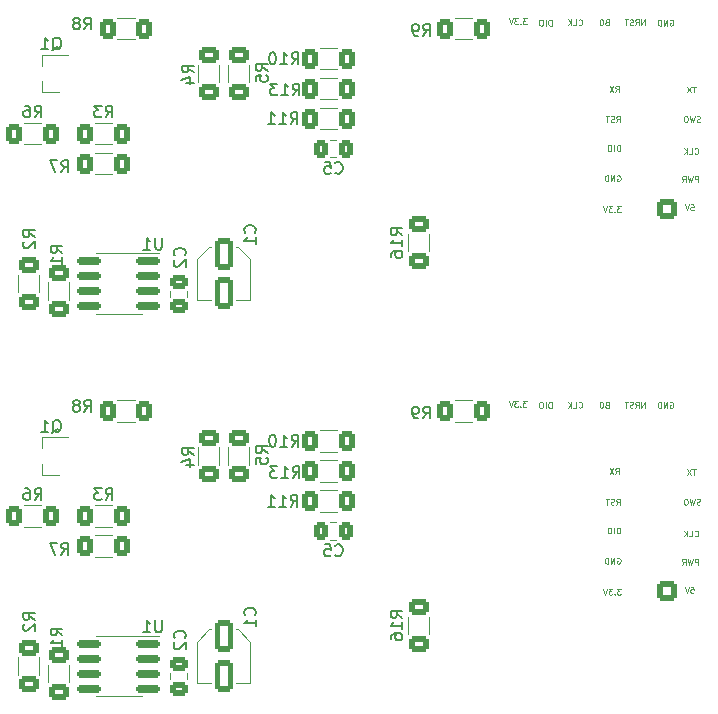
<source format=gbo>
%TF.GenerationSoftware,KiCad,Pcbnew,(6.0.2)*%
%TF.CreationDate,2023-02-28T18:47:33+01:00*%
%TF.ProjectId,st_link_diy_panel,73745f6c-696e-46b5-9f64-69795f70616e,rev?*%
%TF.SameCoordinates,Original*%
%TF.FileFunction,Legend,Bot*%
%TF.FilePolarity,Positive*%
%FSLAX46Y46*%
G04 Gerber Fmt 4.6, Leading zero omitted, Abs format (unit mm)*
G04 Created by KiCad (PCBNEW (6.0.2)) date 2023-02-28 18:47:33*
%MOMM*%
%LPD*%
G01*
G04 APERTURE LIST*
G04 Aperture macros list*
%AMRoundRect*
0 Rectangle with rounded corners*
0 $1 Rounding radius*
0 $2 $3 $4 $5 $6 $7 $8 $9 X,Y pos of 4 corners*
0 Add a 4 corners polygon primitive as box body*
4,1,4,$2,$3,$4,$5,$6,$7,$8,$9,$2,$3,0*
0 Add four circle primitives for the rounded corners*
1,1,$1+$1,$2,$3*
1,1,$1+$1,$4,$5*
1,1,$1+$1,$6,$7*
1,1,$1+$1,$8,$9*
0 Add four rect primitives between the rounded corners*
20,1,$1+$1,$2,$3,$4,$5,0*
20,1,$1+$1,$4,$5,$6,$7,0*
20,1,$1+$1,$6,$7,$8,$9,0*
20,1,$1+$1,$8,$9,$2,$3,0*%
G04 Aperture macros list end*
%ADD10C,0.125000*%
%ADD11C,0.150000*%
%ADD12C,0.120000*%
%ADD13RoundRect,0.250000X0.400000X0.625000X-0.400000X0.625000X-0.400000X-0.625000X0.400000X-0.625000X0*%
%ADD14RoundRect,0.250000X-0.550000X1.075000X-0.550000X-1.075000X0.550000X-1.075000X0.550000X1.075000X0*%
%ADD15RoundRect,0.250000X-0.625000X0.400000X-0.625000X-0.400000X0.625000X-0.400000X0.625000X0.400000X0*%
%ADD16R,0.900000X0.800000*%
%ADD17RoundRect,0.250000X-0.337500X-0.475000X0.337500X-0.475000X0.337500X0.475000X-0.337500X0.475000X0*%
%ADD18RoundRect,0.150000X0.825000X0.150000X-0.825000X0.150000X-0.825000X-0.150000X0.825000X-0.150000X0*%
%ADD19R,2.290000X3.000000*%
%ADD20RoundRect,0.250000X-0.400000X-0.625000X0.400000X-0.625000X0.400000X0.625000X-0.400000X0.625000X0*%
%ADD21RoundRect,0.250000X0.625000X-0.400000X0.625000X0.400000X-0.625000X0.400000X-0.625000X-0.400000X0*%
%ADD22RoundRect,0.250000X0.475000X-0.337500X0.475000X0.337500X-0.475000X0.337500X-0.475000X-0.337500X0*%
%ADD23R,1.700000X1.700000*%
%ADD24O,1.700000X1.700000*%
%ADD25C,1.700000*%
%ADD26C,3.500000*%
%ADD27RoundRect,0.250000X0.600000X0.600000X-0.600000X0.600000X-0.600000X-0.600000X0.600000X-0.600000X0*%
%ADD28C,0.500000*%
G04 APERTURE END LIST*
D10*
X164001438Y-148239990D02*
X164239533Y-148239990D01*
X164263342Y-148478085D01*
X164239533Y-148454276D01*
X164191914Y-148430466D01*
X164072866Y-148430466D01*
X164025247Y-148454276D01*
X164001438Y-148478085D01*
X163977628Y-148525704D01*
X163977628Y-148644752D01*
X164001438Y-148692371D01*
X164025247Y-148716180D01*
X164072866Y-148739990D01*
X164191914Y-148739990D01*
X164239533Y-148716180D01*
X164263342Y-148692371D01*
X163834771Y-148239990D02*
X163668104Y-148739990D01*
X163501438Y-148239990D01*
X158017304Y-143710790D02*
X158017304Y-143210790D01*
X157898257Y-143210790D01*
X157826828Y-143234600D01*
X157779209Y-143282219D01*
X157755400Y-143329838D01*
X157731590Y-143425076D01*
X157731590Y-143496504D01*
X157755400Y-143591742D01*
X157779209Y-143639361D01*
X157826828Y-143686980D01*
X157898257Y-143710790D01*
X158017304Y-143710790D01*
X157517304Y-143710790D02*
X157517304Y-143210790D01*
X157183971Y-143210790D02*
X157088733Y-143210790D01*
X157041114Y-143234600D01*
X156993495Y-143282219D01*
X156969685Y-143377457D01*
X156969685Y-143544123D01*
X156993495Y-143639361D01*
X157041114Y-143686980D01*
X157088733Y-143710790D01*
X157183971Y-143710790D01*
X157231590Y-143686980D01*
X157279209Y-143639361D01*
X157303019Y-143544123D01*
X157303019Y-143377457D01*
X157279209Y-143282219D01*
X157231590Y-143234600D01*
X157183971Y-143210790D01*
X157728409Y-141272390D02*
X157895076Y-141034295D01*
X158014123Y-141272390D02*
X158014123Y-140772390D01*
X157823647Y-140772390D01*
X157776028Y-140796200D01*
X157752219Y-140820009D01*
X157728409Y-140867628D01*
X157728409Y-140939057D01*
X157752219Y-140986676D01*
X157776028Y-141010485D01*
X157823647Y-141034295D01*
X158014123Y-141034295D01*
X157537933Y-141248580D02*
X157466504Y-141272390D01*
X157347457Y-141272390D01*
X157299838Y-141248580D01*
X157276028Y-141224771D01*
X157252219Y-141177152D01*
X157252219Y-141129533D01*
X157276028Y-141081914D01*
X157299838Y-141058104D01*
X157347457Y-141034295D01*
X157442695Y-141010485D01*
X157490314Y-140986676D01*
X157514123Y-140962866D01*
X157537933Y-140915247D01*
X157537933Y-140867628D01*
X157514123Y-140820009D01*
X157490314Y-140796200D01*
X157442695Y-140772390D01*
X157323647Y-140772390D01*
X157252219Y-140796200D01*
X157109361Y-140772390D02*
X156823647Y-140772390D01*
X156966504Y-141272390D02*
X156966504Y-140772390D01*
X157639533Y-138681590D02*
X157806200Y-138443495D01*
X157925247Y-138681590D02*
X157925247Y-138181590D01*
X157734771Y-138181590D01*
X157687152Y-138205400D01*
X157663342Y-138229209D01*
X157639533Y-138276828D01*
X157639533Y-138348257D01*
X157663342Y-138395876D01*
X157687152Y-138419685D01*
X157734771Y-138443495D01*
X157925247Y-138443495D01*
X157472866Y-138181590D02*
X157139533Y-138681590D01*
X157139533Y-138181590D02*
X157472866Y-138681590D01*
X164649066Y-146352390D02*
X164649066Y-145852390D01*
X164458590Y-145852390D01*
X164410971Y-145876200D01*
X164387161Y-145900009D01*
X164363352Y-145947628D01*
X164363352Y-146019057D01*
X164387161Y-146066676D01*
X164410971Y-146090485D01*
X164458590Y-146114295D01*
X164649066Y-146114295D01*
X164196685Y-145852390D02*
X164077638Y-146352390D01*
X163982400Y-145995247D01*
X163887161Y-146352390D01*
X163768114Y-145852390D01*
X163291923Y-146352390D02*
X163458590Y-146114295D01*
X163577638Y-146352390D02*
X163577638Y-145852390D01*
X163387161Y-145852390D01*
X163339542Y-145876200D01*
X163315733Y-145900009D01*
X163291923Y-145947628D01*
X163291923Y-146019057D01*
X163315733Y-146066676D01*
X163339542Y-146090485D01*
X163387161Y-146114295D01*
X163577638Y-146114295D01*
X150115495Y-132491990D02*
X149805971Y-132491990D01*
X149972638Y-132682466D01*
X149901209Y-132682466D01*
X149853590Y-132706276D01*
X149829780Y-132730085D01*
X149805971Y-132777704D01*
X149805971Y-132896752D01*
X149829780Y-132944371D01*
X149853590Y-132968180D01*
X149901209Y-132991990D01*
X150044066Y-132991990D01*
X150091685Y-132968180D01*
X150115495Y-132944371D01*
X149591685Y-132944371D02*
X149567876Y-132968180D01*
X149591685Y-132991990D01*
X149615495Y-132968180D01*
X149591685Y-132944371D01*
X149591685Y-132991990D01*
X149401209Y-132491990D02*
X149091685Y-132491990D01*
X149258352Y-132682466D01*
X149186923Y-132682466D01*
X149139304Y-132706276D01*
X149115495Y-132730085D01*
X149091685Y-132777704D01*
X149091685Y-132896752D01*
X149115495Y-132944371D01*
X149139304Y-132968180D01*
X149186923Y-132991990D01*
X149329780Y-132991990D01*
X149377400Y-132968180D01*
X149401209Y-132944371D01*
X148948828Y-132491990D02*
X148782161Y-132991990D01*
X148615495Y-132491990D01*
X164799876Y-141248580D02*
X164728447Y-141272390D01*
X164609400Y-141272390D01*
X164561780Y-141248580D01*
X164537971Y-141224771D01*
X164514161Y-141177152D01*
X164514161Y-141129533D01*
X164537971Y-141081914D01*
X164561780Y-141058104D01*
X164609400Y-141034295D01*
X164704638Y-141010485D01*
X164752257Y-140986676D01*
X164776066Y-140962866D01*
X164799876Y-140915247D01*
X164799876Y-140867628D01*
X164776066Y-140820009D01*
X164752257Y-140796200D01*
X164704638Y-140772390D01*
X164585590Y-140772390D01*
X164514161Y-140796200D01*
X164347495Y-140772390D02*
X164228447Y-141272390D01*
X164133209Y-140915247D01*
X164037971Y-141272390D01*
X163918923Y-140772390D01*
X163633209Y-140772390D02*
X163537971Y-140772390D01*
X163490352Y-140796200D01*
X163442733Y-140843819D01*
X163418923Y-140939057D01*
X163418923Y-141105723D01*
X163442733Y-141200961D01*
X163490352Y-141248580D01*
X163537971Y-141272390D01*
X163633209Y-141272390D01*
X163680828Y-141248580D01*
X163728447Y-141200961D01*
X163752257Y-141105723D01*
X163752257Y-140939057D01*
X163728447Y-140843819D01*
X163680828Y-140796200D01*
X163633209Y-140772390D01*
X157784752Y-145800000D02*
X157832371Y-145776190D01*
X157903800Y-145776190D01*
X157975228Y-145800000D01*
X158022847Y-145847619D01*
X158046657Y-145895238D01*
X158070466Y-145990476D01*
X158070466Y-146061904D01*
X158046657Y-146157142D01*
X158022847Y-146204761D01*
X157975228Y-146252380D01*
X157903800Y-146276190D01*
X157856180Y-146276190D01*
X157784752Y-146252380D01*
X157760942Y-146228571D01*
X157760942Y-146061904D01*
X157856180Y-146061904D01*
X157546657Y-146276190D02*
X157546657Y-145776190D01*
X157260942Y-146276190D01*
X157260942Y-145776190D01*
X157022847Y-146276190D02*
X157022847Y-145776190D01*
X156903800Y-145776190D01*
X156832371Y-145800000D01*
X156784752Y-145847619D01*
X156760942Y-145895238D01*
X156737133Y-145990476D01*
X156737133Y-146061904D01*
X156760942Y-146157142D01*
X156784752Y-146204761D01*
X156832371Y-146252380D01*
X156903800Y-146276190D01*
X157022847Y-146276190D01*
X164356219Y-143917171D02*
X164380028Y-143940980D01*
X164451457Y-143964790D01*
X164499076Y-143964790D01*
X164570504Y-143940980D01*
X164618123Y-143893361D01*
X164641933Y-143845742D01*
X164665742Y-143750504D01*
X164665742Y-143679076D01*
X164641933Y-143583838D01*
X164618123Y-143536219D01*
X164570504Y-143488600D01*
X164499076Y-143464790D01*
X164451457Y-143464790D01*
X164380028Y-143488600D01*
X164356219Y-143512409D01*
X163903838Y-143964790D02*
X164141933Y-143964790D01*
X164141933Y-143464790D01*
X163737171Y-143964790D02*
X163737171Y-143464790D01*
X163451457Y-143964790D02*
X163665742Y-143679076D01*
X163451457Y-143464790D02*
X163737171Y-143750504D01*
X162255152Y-132617400D02*
X162302771Y-132593590D01*
X162374200Y-132593590D01*
X162445628Y-132617400D01*
X162493247Y-132665019D01*
X162517057Y-132712638D01*
X162540866Y-132807876D01*
X162540866Y-132879304D01*
X162517057Y-132974542D01*
X162493247Y-133022161D01*
X162445628Y-133069780D01*
X162374200Y-133093590D01*
X162326580Y-133093590D01*
X162255152Y-133069780D01*
X162231342Y-133045971D01*
X162231342Y-132879304D01*
X162326580Y-132879304D01*
X162017057Y-133093590D02*
X162017057Y-132593590D01*
X161731342Y-133093590D01*
X161731342Y-132593590D01*
X161493247Y-133093590D02*
X161493247Y-132593590D01*
X161374200Y-132593590D01*
X161302771Y-132617400D01*
X161255152Y-132665019D01*
X161231342Y-132712638D01*
X161207533Y-132807876D01*
X161207533Y-132879304D01*
X161231342Y-132974542D01*
X161255152Y-133022161D01*
X161302771Y-133069780D01*
X161374200Y-133093590D01*
X161493247Y-133093590D01*
X160130228Y-133068190D02*
X160130228Y-132568190D01*
X159844514Y-133068190D01*
X159844514Y-132568190D01*
X159320704Y-133068190D02*
X159487371Y-132830095D01*
X159606419Y-133068190D02*
X159606419Y-132568190D01*
X159415942Y-132568190D01*
X159368323Y-132592000D01*
X159344514Y-132615809D01*
X159320704Y-132663428D01*
X159320704Y-132734857D01*
X159344514Y-132782476D01*
X159368323Y-132806285D01*
X159415942Y-132830095D01*
X159606419Y-132830095D01*
X159130228Y-133044380D02*
X159058800Y-133068190D01*
X158939752Y-133068190D01*
X158892133Y-133044380D01*
X158868323Y-133020571D01*
X158844514Y-132972952D01*
X158844514Y-132925333D01*
X158868323Y-132877714D01*
X158892133Y-132853904D01*
X158939752Y-132830095D01*
X159034990Y-132806285D01*
X159082609Y-132782476D01*
X159106419Y-132758666D01*
X159130228Y-132711047D01*
X159130228Y-132663428D01*
X159106419Y-132615809D01*
X159082609Y-132592000D01*
X159034990Y-132568190D01*
X158915942Y-132568190D01*
X158844514Y-132592000D01*
X158701657Y-132568190D02*
X158415942Y-132568190D01*
X158558800Y-133068190D02*
X158558800Y-132568190D01*
X152226104Y-133093590D02*
X152226104Y-132593590D01*
X152107057Y-132593590D01*
X152035628Y-132617400D01*
X151988009Y-132665019D01*
X151964200Y-132712638D01*
X151940390Y-132807876D01*
X151940390Y-132879304D01*
X151964200Y-132974542D01*
X151988009Y-133022161D01*
X152035628Y-133069780D01*
X152107057Y-133093590D01*
X152226104Y-133093590D01*
X151726104Y-133093590D02*
X151726104Y-132593590D01*
X151392771Y-132593590D02*
X151297533Y-132593590D01*
X151249914Y-132617400D01*
X151202295Y-132665019D01*
X151178485Y-132760257D01*
X151178485Y-132926923D01*
X151202295Y-133022161D01*
X151249914Y-133069780D01*
X151297533Y-133093590D01*
X151392771Y-133093590D01*
X151440390Y-133069780D01*
X151488009Y-133022161D01*
X151511819Y-132926923D01*
X151511819Y-132760257D01*
X151488009Y-132665019D01*
X151440390Y-132617400D01*
X151392771Y-132593590D01*
X154526419Y-133020571D02*
X154550228Y-133044380D01*
X154621657Y-133068190D01*
X154669276Y-133068190D01*
X154740704Y-133044380D01*
X154788323Y-132996761D01*
X154812133Y-132949142D01*
X154835942Y-132853904D01*
X154835942Y-132782476D01*
X154812133Y-132687238D01*
X154788323Y-132639619D01*
X154740704Y-132592000D01*
X154669276Y-132568190D01*
X154621657Y-132568190D01*
X154550228Y-132592000D01*
X154526419Y-132615809D01*
X154074038Y-133068190D02*
X154312133Y-133068190D01*
X154312133Y-132568190D01*
X153907371Y-133068190D02*
X153907371Y-132568190D01*
X153621657Y-133068190D02*
X153835942Y-132782476D01*
X153621657Y-132568190D02*
X153907371Y-132853904D01*
X156894980Y-132806285D02*
X156823552Y-132830095D01*
X156799742Y-132853904D01*
X156775933Y-132901523D01*
X156775933Y-132972952D01*
X156799742Y-133020571D01*
X156823552Y-133044380D01*
X156871171Y-133068190D01*
X157061647Y-133068190D01*
X157061647Y-132568190D01*
X156894980Y-132568190D01*
X156847361Y-132592000D01*
X156823552Y-132615809D01*
X156799742Y-132663428D01*
X156799742Y-132711047D01*
X156823552Y-132758666D01*
X156847361Y-132782476D01*
X156894980Y-132806285D01*
X157061647Y-132806285D01*
X156466409Y-132568190D02*
X156418790Y-132568190D01*
X156371171Y-132592000D01*
X156347361Y-132615809D01*
X156323552Y-132663428D01*
X156299742Y-132758666D01*
X156299742Y-132877714D01*
X156323552Y-132972952D01*
X156347361Y-133020571D01*
X156371171Y-133044380D01*
X156418790Y-133068190D01*
X156466409Y-133068190D01*
X156514028Y-133044380D01*
X156537838Y-133020571D01*
X156561647Y-132972952D01*
X156585457Y-132877714D01*
X156585457Y-132758666D01*
X156561647Y-132663428D01*
X156537838Y-132615809D01*
X156514028Y-132592000D01*
X156466409Y-132568190D01*
X164439552Y-138257790D02*
X164153838Y-138257790D01*
X164296695Y-138757790D02*
X164296695Y-138257790D01*
X164034790Y-138257790D02*
X163701457Y-138757790D01*
X163701457Y-138257790D02*
X164034790Y-138757790D01*
X158091095Y-148392390D02*
X157781571Y-148392390D01*
X157948238Y-148582866D01*
X157876809Y-148582866D01*
X157829190Y-148606676D01*
X157805380Y-148630485D01*
X157781571Y-148678104D01*
X157781571Y-148797152D01*
X157805380Y-148844771D01*
X157829190Y-148868580D01*
X157876809Y-148892390D01*
X158019666Y-148892390D01*
X158067285Y-148868580D01*
X158091095Y-148844771D01*
X157567285Y-148844771D02*
X157543476Y-148868580D01*
X157567285Y-148892390D01*
X157591095Y-148868580D01*
X157567285Y-148844771D01*
X157567285Y-148892390D01*
X157376809Y-148392390D02*
X157067285Y-148392390D01*
X157233952Y-148582866D01*
X157162523Y-148582866D01*
X157114904Y-148606676D01*
X157091095Y-148630485D01*
X157067285Y-148678104D01*
X157067285Y-148797152D01*
X157091095Y-148844771D01*
X157114904Y-148868580D01*
X157162523Y-148892390D01*
X157305380Y-148892390D01*
X157353000Y-148868580D01*
X157376809Y-148844771D01*
X156924428Y-148392390D02*
X156757761Y-148892390D01*
X156591095Y-148392390D01*
X158017304Y-111325790D02*
X158017304Y-110825790D01*
X157898257Y-110825790D01*
X157826828Y-110849600D01*
X157779209Y-110897219D01*
X157755400Y-110944838D01*
X157731590Y-111040076D01*
X157731590Y-111111504D01*
X157755400Y-111206742D01*
X157779209Y-111254361D01*
X157826828Y-111301980D01*
X157898257Y-111325790D01*
X158017304Y-111325790D01*
X157517304Y-111325790D02*
X157517304Y-110825790D01*
X157183971Y-110825790D02*
X157088733Y-110825790D01*
X157041114Y-110849600D01*
X156993495Y-110897219D01*
X156969685Y-110992457D01*
X156969685Y-111159123D01*
X156993495Y-111254361D01*
X157041114Y-111301980D01*
X157088733Y-111325790D01*
X157183971Y-111325790D01*
X157231590Y-111301980D01*
X157279209Y-111254361D01*
X157303019Y-111159123D01*
X157303019Y-110992457D01*
X157279209Y-110897219D01*
X157231590Y-110849600D01*
X157183971Y-110825790D01*
X164649066Y-113967390D02*
X164649066Y-113467390D01*
X164458590Y-113467390D01*
X164410971Y-113491200D01*
X164387161Y-113515009D01*
X164363352Y-113562628D01*
X164363352Y-113634057D01*
X164387161Y-113681676D01*
X164410971Y-113705485D01*
X164458590Y-113729295D01*
X164649066Y-113729295D01*
X164196685Y-113467390D02*
X164077638Y-113967390D01*
X163982400Y-113610247D01*
X163887161Y-113967390D01*
X163768114Y-113467390D01*
X163291923Y-113967390D02*
X163458590Y-113729295D01*
X163577638Y-113967390D02*
X163577638Y-113467390D01*
X163387161Y-113467390D01*
X163339542Y-113491200D01*
X163315733Y-113515009D01*
X163291923Y-113562628D01*
X163291923Y-113634057D01*
X163315733Y-113681676D01*
X163339542Y-113705485D01*
X163387161Y-113729295D01*
X163577638Y-113729295D01*
X150115495Y-100106990D02*
X149805971Y-100106990D01*
X149972638Y-100297466D01*
X149901209Y-100297466D01*
X149853590Y-100321276D01*
X149829780Y-100345085D01*
X149805971Y-100392704D01*
X149805971Y-100511752D01*
X149829780Y-100559371D01*
X149853590Y-100583180D01*
X149901209Y-100606990D01*
X150044066Y-100606990D01*
X150091685Y-100583180D01*
X150115495Y-100559371D01*
X149591685Y-100559371D02*
X149567876Y-100583180D01*
X149591685Y-100606990D01*
X149615495Y-100583180D01*
X149591685Y-100559371D01*
X149591685Y-100606990D01*
X149401209Y-100106990D02*
X149091685Y-100106990D01*
X149258352Y-100297466D01*
X149186923Y-100297466D01*
X149139304Y-100321276D01*
X149115495Y-100345085D01*
X149091685Y-100392704D01*
X149091685Y-100511752D01*
X149115495Y-100559371D01*
X149139304Y-100583180D01*
X149186923Y-100606990D01*
X149329780Y-100606990D01*
X149377400Y-100583180D01*
X149401209Y-100559371D01*
X148948828Y-100106990D02*
X148782161Y-100606990D01*
X148615495Y-100106990D01*
X157639533Y-106296590D02*
X157806200Y-106058495D01*
X157925247Y-106296590D02*
X157925247Y-105796590D01*
X157734771Y-105796590D01*
X157687152Y-105820400D01*
X157663342Y-105844209D01*
X157639533Y-105891828D01*
X157639533Y-105963257D01*
X157663342Y-106010876D01*
X157687152Y-106034685D01*
X157734771Y-106058495D01*
X157925247Y-106058495D01*
X157472866Y-105796590D02*
X157139533Y-106296590D01*
X157139533Y-105796590D02*
X157472866Y-106296590D01*
X164001438Y-115854990D02*
X164239533Y-115854990D01*
X164263342Y-116093085D01*
X164239533Y-116069276D01*
X164191914Y-116045466D01*
X164072866Y-116045466D01*
X164025247Y-116069276D01*
X164001438Y-116093085D01*
X163977628Y-116140704D01*
X163977628Y-116259752D01*
X164001438Y-116307371D01*
X164025247Y-116331180D01*
X164072866Y-116354990D01*
X164191914Y-116354990D01*
X164239533Y-116331180D01*
X164263342Y-116307371D01*
X163834771Y-115854990D02*
X163668104Y-116354990D01*
X163501438Y-115854990D01*
X157728409Y-108887390D02*
X157895076Y-108649295D01*
X158014123Y-108887390D02*
X158014123Y-108387390D01*
X157823647Y-108387390D01*
X157776028Y-108411200D01*
X157752219Y-108435009D01*
X157728409Y-108482628D01*
X157728409Y-108554057D01*
X157752219Y-108601676D01*
X157776028Y-108625485D01*
X157823647Y-108649295D01*
X158014123Y-108649295D01*
X157537933Y-108863580D02*
X157466504Y-108887390D01*
X157347457Y-108887390D01*
X157299838Y-108863580D01*
X157276028Y-108839771D01*
X157252219Y-108792152D01*
X157252219Y-108744533D01*
X157276028Y-108696914D01*
X157299838Y-108673104D01*
X157347457Y-108649295D01*
X157442695Y-108625485D01*
X157490314Y-108601676D01*
X157514123Y-108577866D01*
X157537933Y-108530247D01*
X157537933Y-108482628D01*
X157514123Y-108435009D01*
X157490314Y-108411200D01*
X157442695Y-108387390D01*
X157323647Y-108387390D01*
X157252219Y-108411200D01*
X157109361Y-108387390D02*
X156823647Y-108387390D01*
X156966504Y-108887390D02*
X156966504Y-108387390D01*
X164799876Y-108863580D02*
X164728447Y-108887390D01*
X164609400Y-108887390D01*
X164561780Y-108863580D01*
X164537971Y-108839771D01*
X164514161Y-108792152D01*
X164514161Y-108744533D01*
X164537971Y-108696914D01*
X164561780Y-108673104D01*
X164609400Y-108649295D01*
X164704638Y-108625485D01*
X164752257Y-108601676D01*
X164776066Y-108577866D01*
X164799876Y-108530247D01*
X164799876Y-108482628D01*
X164776066Y-108435009D01*
X164752257Y-108411200D01*
X164704638Y-108387390D01*
X164585590Y-108387390D01*
X164514161Y-108411200D01*
X164347495Y-108387390D02*
X164228447Y-108887390D01*
X164133209Y-108530247D01*
X164037971Y-108887390D01*
X163918923Y-108387390D01*
X163633209Y-108387390D02*
X163537971Y-108387390D01*
X163490352Y-108411200D01*
X163442733Y-108458819D01*
X163418923Y-108554057D01*
X163418923Y-108720723D01*
X163442733Y-108815961D01*
X163490352Y-108863580D01*
X163537971Y-108887390D01*
X163633209Y-108887390D01*
X163680828Y-108863580D01*
X163728447Y-108815961D01*
X163752257Y-108720723D01*
X163752257Y-108554057D01*
X163728447Y-108458819D01*
X163680828Y-108411200D01*
X163633209Y-108387390D01*
X160130228Y-100683190D02*
X160130228Y-100183190D01*
X159844514Y-100683190D01*
X159844514Y-100183190D01*
X159320704Y-100683190D02*
X159487371Y-100445095D01*
X159606419Y-100683190D02*
X159606419Y-100183190D01*
X159415942Y-100183190D01*
X159368323Y-100207000D01*
X159344514Y-100230809D01*
X159320704Y-100278428D01*
X159320704Y-100349857D01*
X159344514Y-100397476D01*
X159368323Y-100421285D01*
X159415942Y-100445095D01*
X159606419Y-100445095D01*
X159130228Y-100659380D02*
X159058800Y-100683190D01*
X158939752Y-100683190D01*
X158892133Y-100659380D01*
X158868323Y-100635571D01*
X158844514Y-100587952D01*
X158844514Y-100540333D01*
X158868323Y-100492714D01*
X158892133Y-100468904D01*
X158939752Y-100445095D01*
X159034990Y-100421285D01*
X159082609Y-100397476D01*
X159106419Y-100373666D01*
X159130228Y-100326047D01*
X159130228Y-100278428D01*
X159106419Y-100230809D01*
X159082609Y-100207000D01*
X159034990Y-100183190D01*
X158915942Y-100183190D01*
X158844514Y-100207000D01*
X158701657Y-100183190D02*
X158415942Y-100183190D01*
X158558800Y-100683190D02*
X158558800Y-100183190D01*
X154526419Y-100635571D02*
X154550228Y-100659380D01*
X154621657Y-100683190D01*
X154669276Y-100683190D01*
X154740704Y-100659380D01*
X154788323Y-100611761D01*
X154812133Y-100564142D01*
X154835942Y-100468904D01*
X154835942Y-100397476D01*
X154812133Y-100302238D01*
X154788323Y-100254619D01*
X154740704Y-100207000D01*
X154669276Y-100183190D01*
X154621657Y-100183190D01*
X154550228Y-100207000D01*
X154526419Y-100230809D01*
X154074038Y-100683190D02*
X154312133Y-100683190D01*
X154312133Y-100183190D01*
X153907371Y-100683190D02*
X153907371Y-100183190D01*
X153621657Y-100683190D02*
X153835942Y-100397476D01*
X153621657Y-100183190D02*
X153907371Y-100468904D01*
X158091095Y-116007390D02*
X157781571Y-116007390D01*
X157948238Y-116197866D01*
X157876809Y-116197866D01*
X157829190Y-116221676D01*
X157805380Y-116245485D01*
X157781571Y-116293104D01*
X157781571Y-116412152D01*
X157805380Y-116459771D01*
X157829190Y-116483580D01*
X157876809Y-116507390D01*
X158019666Y-116507390D01*
X158067285Y-116483580D01*
X158091095Y-116459771D01*
X157567285Y-116459771D02*
X157543476Y-116483580D01*
X157567285Y-116507390D01*
X157591095Y-116483580D01*
X157567285Y-116459771D01*
X157567285Y-116507390D01*
X157376809Y-116007390D02*
X157067285Y-116007390D01*
X157233952Y-116197866D01*
X157162523Y-116197866D01*
X157114904Y-116221676D01*
X157091095Y-116245485D01*
X157067285Y-116293104D01*
X157067285Y-116412152D01*
X157091095Y-116459771D01*
X157114904Y-116483580D01*
X157162523Y-116507390D01*
X157305380Y-116507390D01*
X157353000Y-116483580D01*
X157376809Y-116459771D01*
X156924428Y-116007390D02*
X156757761Y-116507390D01*
X156591095Y-116007390D01*
X162255152Y-100232400D02*
X162302771Y-100208590D01*
X162374200Y-100208590D01*
X162445628Y-100232400D01*
X162493247Y-100280019D01*
X162517057Y-100327638D01*
X162540866Y-100422876D01*
X162540866Y-100494304D01*
X162517057Y-100589542D01*
X162493247Y-100637161D01*
X162445628Y-100684780D01*
X162374200Y-100708590D01*
X162326580Y-100708590D01*
X162255152Y-100684780D01*
X162231342Y-100660971D01*
X162231342Y-100494304D01*
X162326580Y-100494304D01*
X162017057Y-100708590D02*
X162017057Y-100208590D01*
X161731342Y-100708590D01*
X161731342Y-100208590D01*
X161493247Y-100708590D02*
X161493247Y-100208590D01*
X161374200Y-100208590D01*
X161302771Y-100232400D01*
X161255152Y-100280019D01*
X161231342Y-100327638D01*
X161207533Y-100422876D01*
X161207533Y-100494304D01*
X161231342Y-100589542D01*
X161255152Y-100637161D01*
X161302771Y-100684780D01*
X161374200Y-100708590D01*
X161493247Y-100708590D01*
X164439552Y-105872790D02*
X164153838Y-105872790D01*
X164296695Y-106372790D02*
X164296695Y-105872790D01*
X164034790Y-105872790D02*
X163701457Y-106372790D01*
X163701457Y-105872790D02*
X164034790Y-106372790D01*
X156894980Y-100421285D02*
X156823552Y-100445095D01*
X156799742Y-100468904D01*
X156775933Y-100516523D01*
X156775933Y-100587952D01*
X156799742Y-100635571D01*
X156823552Y-100659380D01*
X156871171Y-100683190D01*
X157061647Y-100683190D01*
X157061647Y-100183190D01*
X156894980Y-100183190D01*
X156847361Y-100207000D01*
X156823552Y-100230809D01*
X156799742Y-100278428D01*
X156799742Y-100326047D01*
X156823552Y-100373666D01*
X156847361Y-100397476D01*
X156894980Y-100421285D01*
X157061647Y-100421285D01*
X156466409Y-100183190D02*
X156418790Y-100183190D01*
X156371171Y-100207000D01*
X156347361Y-100230809D01*
X156323552Y-100278428D01*
X156299742Y-100373666D01*
X156299742Y-100492714D01*
X156323552Y-100587952D01*
X156347361Y-100635571D01*
X156371171Y-100659380D01*
X156418790Y-100683190D01*
X156466409Y-100683190D01*
X156514028Y-100659380D01*
X156537838Y-100635571D01*
X156561647Y-100587952D01*
X156585457Y-100492714D01*
X156585457Y-100373666D01*
X156561647Y-100278428D01*
X156537838Y-100230809D01*
X156514028Y-100207000D01*
X156466409Y-100183190D01*
X164356219Y-111532171D02*
X164380028Y-111555980D01*
X164451457Y-111579790D01*
X164499076Y-111579790D01*
X164570504Y-111555980D01*
X164618123Y-111508361D01*
X164641933Y-111460742D01*
X164665742Y-111365504D01*
X164665742Y-111294076D01*
X164641933Y-111198838D01*
X164618123Y-111151219D01*
X164570504Y-111103600D01*
X164499076Y-111079790D01*
X164451457Y-111079790D01*
X164380028Y-111103600D01*
X164356219Y-111127409D01*
X163903838Y-111579790D02*
X164141933Y-111579790D01*
X164141933Y-111079790D01*
X163737171Y-111579790D02*
X163737171Y-111079790D01*
X163451457Y-111579790D02*
X163665742Y-111294076D01*
X163451457Y-111079790D02*
X163737171Y-111365504D01*
X152226104Y-100708590D02*
X152226104Y-100208590D01*
X152107057Y-100208590D01*
X152035628Y-100232400D01*
X151988009Y-100280019D01*
X151964200Y-100327638D01*
X151940390Y-100422876D01*
X151940390Y-100494304D01*
X151964200Y-100589542D01*
X151988009Y-100637161D01*
X152035628Y-100684780D01*
X152107057Y-100708590D01*
X152226104Y-100708590D01*
X151726104Y-100708590D02*
X151726104Y-100208590D01*
X151392771Y-100208590D02*
X151297533Y-100208590D01*
X151249914Y-100232400D01*
X151202295Y-100280019D01*
X151178485Y-100375257D01*
X151178485Y-100541923D01*
X151202295Y-100637161D01*
X151249914Y-100684780D01*
X151297533Y-100708590D01*
X151392771Y-100708590D01*
X151440390Y-100684780D01*
X151488009Y-100637161D01*
X151511819Y-100541923D01*
X151511819Y-100375257D01*
X151488009Y-100280019D01*
X151440390Y-100232400D01*
X151392771Y-100208590D01*
X157784752Y-113415000D02*
X157832371Y-113391190D01*
X157903800Y-113391190D01*
X157975228Y-113415000D01*
X158022847Y-113462619D01*
X158046657Y-113510238D01*
X158070466Y-113605476D01*
X158070466Y-113676904D01*
X158046657Y-113772142D01*
X158022847Y-113819761D01*
X157975228Y-113867380D01*
X157903800Y-113891190D01*
X157856180Y-113891190D01*
X157784752Y-113867380D01*
X157760942Y-113843571D01*
X157760942Y-113676904D01*
X157856180Y-113676904D01*
X157546657Y-113891190D02*
X157546657Y-113391190D01*
X157260942Y-113891190D01*
X157260942Y-113391190D01*
X157022847Y-113891190D02*
X157022847Y-113391190D01*
X156903800Y-113391190D01*
X156832371Y-113415000D01*
X156784752Y-113462619D01*
X156760942Y-113510238D01*
X156737133Y-113605476D01*
X156737133Y-113676904D01*
X156760942Y-113772142D01*
X156784752Y-113819761D01*
X156832371Y-113867380D01*
X156903800Y-113891190D01*
X157022847Y-113891190D01*
D11*
%TO.C,R7*%
X110732866Y-145511780D02*
X111066200Y-145035590D01*
X111304295Y-145511780D02*
X111304295Y-144511780D01*
X110923342Y-144511780D01*
X110828104Y-144559400D01*
X110780485Y-144607019D01*
X110732866Y-144702257D01*
X110732866Y-144845114D01*
X110780485Y-144940352D01*
X110828104Y-144987971D01*
X110923342Y-145035590D01*
X111304295Y-145035590D01*
X110399533Y-144511780D02*
X109732866Y-144511780D01*
X110161438Y-145511780D01*
%TO.C,R13*%
X130309857Y-139009380D02*
X130643190Y-138533190D01*
X130881285Y-139009380D02*
X130881285Y-138009380D01*
X130500333Y-138009380D01*
X130405095Y-138057000D01*
X130357476Y-138104619D01*
X130309857Y-138199857D01*
X130309857Y-138342714D01*
X130357476Y-138437952D01*
X130405095Y-138485571D01*
X130500333Y-138533190D01*
X130881285Y-138533190D01*
X129357476Y-139009380D02*
X129928904Y-139009380D01*
X129643190Y-139009380D02*
X129643190Y-138009380D01*
X129738428Y-138152238D01*
X129833666Y-138247476D01*
X129928904Y-138295095D01*
X129024142Y-138009380D02*
X128405095Y-138009380D01*
X128738428Y-138390333D01*
X128595571Y-138390333D01*
X128500333Y-138437952D01*
X128452714Y-138485571D01*
X128405095Y-138580809D01*
X128405095Y-138818904D01*
X128452714Y-138914142D01*
X128500333Y-138961761D01*
X128595571Y-139009380D01*
X128881285Y-139009380D01*
X128976523Y-138961761D01*
X129024142Y-138914142D01*
%TO.C,C2*%
X121159542Y-152563533D02*
X121207161Y-152515914D01*
X121254780Y-152373057D01*
X121254780Y-152277819D01*
X121207161Y-152134961D01*
X121111923Y-152039723D01*
X121016685Y-151992104D01*
X120826209Y-151944485D01*
X120683352Y-151944485D01*
X120492876Y-151992104D01*
X120397638Y-152039723D01*
X120302400Y-152134961D01*
X120254780Y-152277819D01*
X120254780Y-152373057D01*
X120302400Y-152515914D01*
X120350019Y-152563533D01*
X120350019Y-152944485D02*
X120302400Y-152992104D01*
X120254780Y-153087342D01*
X120254780Y-153325438D01*
X120302400Y-153420676D01*
X120350019Y-153468295D01*
X120445257Y-153515914D01*
X120540495Y-153515914D01*
X120683352Y-153468295D01*
X121254780Y-152896866D01*
X121254780Y-153515914D01*
%TO.C,R1*%
X110815380Y-152334933D02*
X110339190Y-152001600D01*
X110815380Y-151763504D02*
X109815380Y-151763504D01*
X109815380Y-152144457D01*
X109863000Y-152239695D01*
X109910619Y-152287314D01*
X110005857Y-152334933D01*
X110148714Y-152334933D01*
X110243952Y-152287314D01*
X110291571Y-152239695D01*
X110339190Y-152144457D01*
X110339190Y-151763504D01*
X110815380Y-153287314D02*
X110815380Y-152715885D01*
X110815380Y-153001600D02*
X109815380Y-153001600D01*
X109958238Y-152906361D01*
X110053476Y-152811123D01*
X110101095Y-152715885D01*
%TO.C,Q1*%
X109950238Y-135207619D02*
X110045476Y-135160000D01*
X110140714Y-135064761D01*
X110283571Y-134921904D01*
X110378809Y-134874285D01*
X110474047Y-134874285D01*
X110426428Y-135112380D02*
X110521666Y-135064761D01*
X110616904Y-134969523D01*
X110664523Y-134779047D01*
X110664523Y-134445714D01*
X110616904Y-134255238D01*
X110521666Y-134160000D01*
X110426428Y-134112380D01*
X110235952Y-134112380D01*
X110140714Y-134160000D01*
X110045476Y-134255238D01*
X109997857Y-134445714D01*
X109997857Y-134779047D01*
X110045476Y-134969523D01*
X110140714Y-135064761D01*
X110235952Y-135112380D01*
X110426428Y-135112380D01*
X109045476Y-135112380D02*
X109616904Y-135112380D01*
X109331190Y-135112380D02*
X109331190Y-134112380D01*
X109426428Y-134255238D01*
X109521666Y-134350476D01*
X109616904Y-134398095D01*
%TO.C,R3*%
X114466666Y-140872380D02*
X114800000Y-140396190D01*
X115038095Y-140872380D02*
X115038095Y-139872380D01*
X114657142Y-139872380D01*
X114561904Y-139920000D01*
X114514285Y-139967619D01*
X114466666Y-140062857D01*
X114466666Y-140205714D01*
X114514285Y-140300952D01*
X114561904Y-140348571D01*
X114657142Y-140396190D01*
X115038095Y-140396190D01*
X114133333Y-139872380D02*
X113514285Y-139872380D01*
X113847619Y-140253333D01*
X113704761Y-140253333D01*
X113609523Y-140300952D01*
X113561904Y-140348571D01*
X113514285Y-140443809D01*
X113514285Y-140681904D01*
X113561904Y-140777142D01*
X113609523Y-140824761D01*
X113704761Y-140872380D01*
X113990476Y-140872380D01*
X114085714Y-140824761D01*
X114133333Y-140777142D01*
%TO.C,C5*%
X133919166Y-145547142D02*
X133966785Y-145594761D01*
X134109642Y-145642380D01*
X134204880Y-145642380D01*
X134347738Y-145594761D01*
X134442976Y-145499523D01*
X134490595Y-145404285D01*
X134538214Y-145213809D01*
X134538214Y-145070952D01*
X134490595Y-144880476D01*
X134442976Y-144785238D01*
X134347738Y-144690000D01*
X134204880Y-144642380D01*
X134109642Y-144642380D01*
X133966785Y-144690000D01*
X133919166Y-144737619D01*
X133014404Y-144642380D02*
X133490595Y-144642380D01*
X133538214Y-145118571D01*
X133490595Y-145070952D01*
X133395357Y-145023333D01*
X133157261Y-145023333D01*
X133062023Y-145070952D01*
X133014404Y-145118571D01*
X132966785Y-145213809D01*
X132966785Y-145451904D01*
X133014404Y-145547142D01*
X133062023Y-145594761D01*
X133157261Y-145642380D01*
X133395357Y-145642380D01*
X133490595Y-145594761D01*
X133538214Y-145547142D01*
%TO.C,U1*%
X119252904Y-151064980D02*
X119252904Y-151874504D01*
X119205285Y-151969742D01*
X119157666Y-152017361D01*
X119062428Y-152064980D01*
X118871952Y-152064980D01*
X118776714Y-152017361D01*
X118729095Y-151969742D01*
X118681476Y-151874504D01*
X118681476Y-151064980D01*
X117681476Y-152064980D02*
X118252904Y-152064980D01*
X117967190Y-152064980D02*
X117967190Y-151064980D01*
X118062428Y-151207838D01*
X118157666Y-151303076D01*
X118252904Y-151350695D01*
%TO.C,R9*%
X141365266Y-133980180D02*
X141698600Y-133503990D01*
X141936695Y-133980180D02*
X141936695Y-132980180D01*
X141555742Y-132980180D01*
X141460504Y-133027800D01*
X141412885Y-133075419D01*
X141365266Y-133170657D01*
X141365266Y-133313514D01*
X141412885Y-133408752D01*
X141460504Y-133456371D01*
X141555742Y-133503990D01*
X141936695Y-133503990D01*
X140889076Y-133980180D02*
X140698600Y-133980180D01*
X140603361Y-133932561D01*
X140555742Y-133884942D01*
X140460504Y-133742085D01*
X140412885Y-133551609D01*
X140412885Y-133170657D01*
X140460504Y-133075419D01*
X140508123Y-133027800D01*
X140603361Y-132980180D01*
X140793838Y-132980180D01*
X140889076Y-133027800D01*
X140936695Y-133075419D01*
X140984314Y-133170657D01*
X140984314Y-133408752D01*
X140936695Y-133503990D01*
X140889076Y-133551609D01*
X140793838Y-133599228D01*
X140603361Y-133599228D01*
X140508123Y-133551609D01*
X140460504Y-133503990D01*
X140412885Y-133408752D01*
%TO.C,R16*%
X139602380Y-150842142D02*
X139126190Y-150508809D01*
X139602380Y-150270714D02*
X138602380Y-150270714D01*
X138602380Y-150651666D01*
X138650000Y-150746904D01*
X138697619Y-150794523D01*
X138792857Y-150842142D01*
X138935714Y-150842142D01*
X139030952Y-150794523D01*
X139078571Y-150746904D01*
X139126190Y-150651666D01*
X139126190Y-150270714D01*
X139602380Y-151794523D02*
X139602380Y-151223095D01*
X139602380Y-151508809D02*
X138602380Y-151508809D01*
X138745238Y-151413571D01*
X138840476Y-151318333D01*
X138888095Y-151223095D01*
X138602380Y-152651666D02*
X138602380Y-152461190D01*
X138650000Y-152365952D01*
X138697619Y-152318333D01*
X138840476Y-152223095D01*
X139030952Y-152175476D01*
X139411904Y-152175476D01*
X139507142Y-152223095D01*
X139554761Y-152270714D01*
X139602380Y-152365952D01*
X139602380Y-152556428D01*
X139554761Y-152651666D01*
X139507142Y-152699285D01*
X139411904Y-152746904D01*
X139173809Y-152746904D01*
X139078571Y-152699285D01*
X139030952Y-152651666D01*
X138983333Y-152556428D01*
X138983333Y-152365952D01*
X139030952Y-152270714D01*
X139078571Y-152223095D01*
X139173809Y-152175476D01*
%TO.C,R11*%
X130132057Y-141447780D02*
X130465390Y-140971590D01*
X130703485Y-141447780D02*
X130703485Y-140447780D01*
X130322533Y-140447780D01*
X130227295Y-140495400D01*
X130179676Y-140543019D01*
X130132057Y-140638257D01*
X130132057Y-140781114D01*
X130179676Y-140876352D01*
X130227295Y-140923971D01*
X130322533Y-140971590D01*
X130703485Y-140971590D01*
X129179676Y-141447780D02*
X129751104Y-141447780D01*
X129465390Y-141447780D02*
X129465390Y-140447780D01*
X129560628Y-140590638D01*
X129655866Y-140685876D01*
X129751104Y-140733495D01*
X128227295Y-141447780D02*
X128798723Y-141447780D01*
X128513009Y-141447780D02*
X128513009Y-140447780D01*
X128608247Y-140590638D01*
X128703485Y-140685876D01*
X128798723Y-140733495D01*
%TO.C,R8*%
X112663266Y-133421380D02*
X112996600Y-132945190D01*
X113234695Y-133421380D02*
X113234695Y-132421380D01*
X112853742Y-132421380D01*
X112758504Y-132469000D01*
X112710885Y-132516619D01*
X112663266Y-132611857D01*
X112663266Y-132754714D01*
X112710885Y-132849952D01*
X112758504Y-132897571D01*
X112853742Y-132945190D01*
X113234695Y-132945190D01*
X112091838Y-132849952D02*
X112187076Y-132802333D01*
X112234695Y-132754714D01*
X112282314Y-132659476D01*
X112282314Y-132611857D01*
X112234695Y-132516619D01*
X112187076Y-132469000D01*
X112091838Y-132421380D01*
X111901361Y-132421380D01*
X111806123Y-132469000D01*
X111758504Y-132516619D01*
X111710885Y-132611857D01*
X111710885Y-132659476D01*
X111758504Y-132754714D01*
X111806123Y-132802333D01*
X111901361Y-132849952D01*
X112091838Y-132849952D01*
X112187076Y-132897571D01*
X112234695Y-132945190D01*
X112282314Y-133040428D01*
X112282314Y-133230904D01*
X112234695Y-133326142D01*
X112187076Y-133373761D01*
X112091838Y-133421380D01*
X111901361Y-133421380D01*
X111806123Y-133373761D01*
X111758504Y-133326142D01*
X111710885Y-133230904D01*
X111710885Y-133040428D01*
X111758504Y-132945190D01*
X111806123Y-132897571D01*
X111901361Y-132849952D01*
%TO.C,R6*%
X108471666Y-140872380D02*
X108805000Y-140396190D01*
X109043095Y-140872380D02*
X109043095Y-139872380D01*
X108662142Y-139872380D01*
X108566904Y-139920000D01*
X108519285Y-139967619D01*
X108471666Y-140062857D01*
X108471666Y-140205714D01*
X108519285Y-140300952D01*
X108566904Y-140348571D01*
X108662142Y-140396190D01*
X109043095Y-140396190D01*
X107614523Y-139872380D02*
X107805000Y-139872380D01*
X107900238Y-139920000D01*
X107947857Y-139967619D01*
X108043095Y-140110476D01*
X108090714Y-140300952D01*
X108090714Y-140681904D01*
X108043095Y-140777142D01*
X107995476Y-140824761D01*
X107900238Y-140872380D01*
X107709761Y-140872380D01*
X107614523Y-140824761D01*
X107566904Y-140777142D01*
X107519285Y-140681904D01*
X107519285Y-140443809D01*
X107566904Y-140348571D01*
X107614523Y-140300952D01*
X107709761Y-140253333D01*
X107900238Y-140253333D01*
X107995476Y-140300952D01*
X108043095Y-140348571D01*
X108090714Y-140443809D01*
%TO.C,R4*%
X121940580Y-137069533D02*
X121464390Y-136736200D01*
X121940580Y-136498104D02*
X120940580Y-136498104D01*
X120940580Y-136879057D01*
X120988200Y-136974295D01*
X121035819Y-137021914D01*
X121131057Y-137069533D01*
X121273914Y-137069533D01*
X121369152Y-137021914D01*
X121416771Y-136974295D01*
X121464390Y-136879057D01*
X121464390Y-136498104D01*
X121273914Y-137926676D02*
X121940580Y-137926676D01*
X120892961Y-137688580D02*
X121607247Y-137450485D01*
X121607247Y-138069533D01*
%TO.C,C1*%
X127103142Y-150633133D02*
X127150761Y-150585514D01*
X127198380Y-150442657D01*
X127198380Y-150347419D01*
X127150761Y-150204561D01*
X127055523Y-150109323D01*
X126960285Y-150061704D01*
X126769809Y-150014085D01*
X126626952Y-150014085D01*
X126436476Y-150061704D01*
X126341238Y-150109323D01*
X126246000Y-150204561D01*
X126198380Y-150347419D01*
X126198380Y-150442657D01*
X126246000Y-150585514D01*
X126293619Y-150633133D01*
X127198380Y-151585514D02*
X127198380Y-151014085D01*
X127198380Y-151299800D02*
X126198380Y-151299800D01*
X126341238Y-151204561D01*
X126436476Y-151109323D01*
X126484095Y-151014085D01*
%TO.C,R5*%
X128188980Y-136917133D02*
X127712790Y-136583800D01*
X128188980Y-136345704D02*
X127188980Y-136345704D01*
X127188980Y-136726657D01*
X127236600Y-136821895D01*
X127284219Y-136869514D01*
X127379457Y-136917133D01*
X127522314Y-136917133D01*
X127617552Y-136869514D01*
X127665171Y-136821895D01*
X127712790Y-136726657D01*
X127712790Y-136345704D01*
X127188980Y-137821895D02*
X127188980Y-137345704D01*
X127665171Y-137298085D01*
X127617552Y-137345704D01*
X127569933Y-137440942D01*
X127569933Y-137679038D01*
X127617552Y-137774276D01*
X127665171Y-137821895D01*
X127760409Y-137869514D01*
X127998504Y-137869514D01*
X128093742Y-137821895D01*
X128141361Y-137774276D01*
X128188980Y-137679038D01*
X128188980Y-137440942D01*
X128141361Y-137345704D01*
X128093742Y-137298085D01*
%TO.C,R2*%
X108478580Y-151014133D02*
X108002390Y-150680800D01*
X108478580Y-150442704D02*
X107478580Y-150442704D01*
X107478580Y-150823657D01*
X107526200Y-150918895D01*
X107573819Y-150966514D01*
X107669057Y-151014133D01*
X107811914Y-151014133D01*
X107907152Y-150966514D01*
X107954771Y-150918895D01*
X108002390Y-150823657D01*
X108002390Y-150442704D01*
X107573819Y-151395085D02*
X107526200Y-151442704D01*
X107478580Y-151537942D01*
X107478580Y-151776038D01*
X107526200Y-151871276D01*
X107573819Y-151918895D01*
X107669057Y-151966514D01*
X107764295Y-151966514D01*
X107907152Y-151918895D01*
X108478580Y-151347466D01*
X108478580Y-151966514D01*
%TO.C,R10*%
X130233657Y-136367780D02*
X130566990Y-135891590D01*
X130805085Y-136367780D02*
X130805085Y-135367780D01*
X130424133Y-135367780D01*
X130328895Y-135415400D01*
X130281276Y-135463019D01*
X130233657Y-135558257D01*
X130233657Y-135701114D01*
X130281276Y-135796352D01*
X130328895Y-135843971D01*
X130424133Y-135891590D01*
X130805085Y-135891590D01*
X129281276Y-136367780D02*
X129852704Y-136367780D01*
X129566990Y-136367780D02*
X129566990Y-135367780D01*
X129662228Y-135510638D01*
X129757466Y-135605876D01*
X129852704Y-135653495D01*
X128662228Y-135367780D02*
X128566990Y-135367780D01*
X128471752Y-135415400D01*
X128424133Y-135463019D01*
X128376514Y-135558257D01*
X128328895Y-135748733D01*
X128328895Y-135986828D01*
X128376514Y-136177304D01*
X128424133Y-136272542D01*
X128471752Y-136320161D01*
X128566990Y-136367780D01*
X128662228Y-136367780D01*
X128757466Y-136320161D01*
X128805085Y-136272542D01*
X128852704Y-136177304D01*
X128900323Y-135986828D01*
X128900323Y-135748733D01*
X128852704Y-135558257D01*
X128805085Y-135463019D01*
X128757466Y-135415400D01*
X128662228Y-135367780D01*
%TO.C,R11*%
X130132057Y-109062780D02*
X130465390Y-108586590D01*
X130703485Y-109062780D02*
X130703485Y-108062780D01*
X130322533Y-108062780D01*
X130227295Y-108110400D01*
X130179676Y-108158019D01*
X130132057Y-108253257D01*
X130132057Y-108396114D01*
X130179676Y-108491352D01*
X130227295Y-108538971D01*
X130322533Y-108586590D01*
X130703485Y-108586590D01*
X129179676Y-109062780D02*
X129751104Y-109062780D01*
X129465390Y-109062780D02*
X129465390Y-108062780D01*
X129560628Y-108205638D01*
X129655866Y-108300876D01*
X129751104Y-108348495D01*
X128227295Y-109062780D02*
X128798723Y-109062780D01*
X128513009Y-109062780D02*
X128513009Y-108062780D01*
X128608247Y-108205638D01*
X128703485Y-108300876D01*
X128798723Y-108348495D01*
%TO.C,U1*%
X119252904Y-118679980D02*
X119252904Y-119489504D01*
X119205285Y-119584742D01*
X119157666Y-119632361D01*
X119062428Y-119679980D01*
X118871952Y-119679980D01*
X118776714Y-119632361D01*
X118729095Y-119584742D01*
X118681476Y-119489504D01*
X118681476Y-118679980D01*
X117681476Y-119679980D02*
X118252904Y-119679980D01*
X117967190Y-119679980D02*
X117967190Y-118679980D01*
X118062428Y-118822838D01*
X118157666Y-118918076D01*
X118252904Y-118965695D01*
%TO.C,R7*%
X110732866Y-113126780D02*
X111066200Y-112650590D01*
X111304295Y-113126780D02*
X111304295Y-112126780D01*
X110923342Y-112126780D01*
X110828104Y-112174400D01*
X110780485Y-112222019D01*
X110732866Y-112317257D01*
X110732866Y-112460114D01*
X110780485Y-112555352D01*
X110828104Y-112602971D01*
X110923342Y-112650590D01*
X111304295Y-112650590D01*
X110399533Y-112126780D02*
X109732866Y-112126780D01*
X110161438Y-113126780D01*
%TO.C,R16*%
X139602380Y-118457142D02*
X139126190Y-118123809D01*
X139602380Y-117885714D02*
X138602380Y-117885714D01*
X138602380Y-118266666D01*
X138650000Y-118361904D01*
X138697619Y-118409523D01*
X138792857Y-118457142D01*
X138935714Y-118457142D01*
X139030952Y-118409523D01*
X139078571Y-118361904D01*
X139126190Y-118266666D01*
X139126190Y-117885714D01*
X139602380Y-119409523D02*
X139602380Y-118838095D01*
X139602380Y-119123809D02*
X138602380Y-119123809D01*
X138745238Y-119028571D01*
X138840476Y-118933333D01*
X138888095Y-118838095D01*
X138602380Y-120266666D02*
X138602380Y-120076190D01*
X138650000Y-119980952D01*
X138697619Y-119933333D01*
X138840476Y-119838095D01*
X139030952Y-119790476D01*
X139411904Y-119790476D01*
X139507142Y-119838095D01*
X139554761Y-119885714D01*
X139602380Y-119980952D01*
X139602380Y-120171428D01*
X139554761Y-120266666D01*
X139507142Y-120314285D01*
X139411904Y-120361904D01*
X139173809Y-120361904D01*
X139078571Y-120314285D01*
X139030952Y-120266666D01*
X138983333Y-120171428D01*
X138983333Y-119980952D01*
X139030952Y-119885714D01*
X139078571Y-119838095D01*
X139173809Y-119790476D01*
%TO.C,Q1*%
X109950238Y-102822619D02*
X110045476Y-102775000D01*
X110140714Y-102679761D01*
X110283571Y-102536904D01*
X110378809Y-102489285D01*
X110474047Y-102489285D01*
X110426428Y-102727380D02*
X110521666Y-102679761D01*
X110616904Y-102584523D01*
X110664523Y-102394047D01*
X110664523Y-102060714D01*
X110616904Y-101870238D01*
X110521666Y-101775000D01*
X110426428Y-101727380D01*
X110235952Y-101727380D01*
X110140714Y-101775000D01*
X110045476Y-101870238D01*
X109997857Y-102060714D01*
X109997857Y-102394047D01*
X110045476Y-102584523D01*
X110140714Y-102679761D01*
X110235952Y-102727380D01*
X110426428Y-102727380D01*
X109045476Y-102727380D02*
X109616904Y-102727380D01*
X109331190Y-102727380D02*
X109331190Y-101727380D01*
X109426428Y-101870238D01*
X109521666Y-101965476D01*
X109616904Y-102013095D01*
%TO.C,R3*%
X114466666Y-108487380D02*
X114800000Y-108011190D01*
X115038095Y-108487380D02*
X115038095Y-107487380D01*
X114657142Y-107487380D01*
X114561904Y-107535000D01*
X114514285Y-107582619D01*
X114466666Y-107677857D01*
X114466666Y-107820714D01*
X114514285Y-107915952D01*
X114561904Y-107963571D01*
X114657142Y-108011190D01*
X115038095Y-108011190D01*
X114133333Y-107487380D02*
X113514285Y-107487380D01*
X113847619Y-107868333D01*
X113704761Y-107868333D01*
X113609523Y-107915952D01*
X113561904Y-107963571D01*
X113514285Y-108058809D01*
X113514285Y-108296904D01*
X113561904Y-108392142D01*
X113609523Y-108439761D01*
X113704761Y-108487380D01*
X113990476Y-108487380D01*
X114085714Y-108439761D01*
X114133333Y-108392142D01*
%TO.C,R1*%
X110815380Y-119949933D02*
X110339190Y-119616600D01*
X110815380Y-119378504D02*
X109815380Y-119378504D01*
X109815380Y-119759457D01*
X109863000Y-119854695D01*
X109910619Y-119902314D01*
X110005857Y-119949933D01*
X110148714Y-119949933D01*
X110243952Y-119902314D01*
X110291571Y-119854695D01*
X110339190Y-119759457D01*
X110339190Y-119378504D01*
X110815380Y-120902314D02*
X110815380Y-120330885D01*
X110815380Y-120616600D02*
X109815380Y-120616600D01*
X109958238Y-120521361D01*
X110053476Y-120426123D01*
X110101095Y-120330885D01*
%TO.C,R8*%
X112663266Y-101036380D02*
X112996600Y-100560190D01*
X113234695Y-101036380D02*
X113234695Y-100036380D01*
X112853742Y-100036380D01*
X112758504Y-100084000D01*
X112710885Y-100131619D01*
X112663266Y-100226857D01*
X112663266Y-100369714D01*
X112710885Y-100464952D01*
X112758504Y-100512571D01*
X112853742Y-100560190D01*
X113234695Y-100560190D01*
X112091838Y-100464952D02*
X112187076Y-100417333D01*
X112234695Y-100369714D01*
X112282314Y-100274476D01*
X112282314Y-100226857D01*
X112234695Y-100131619D01*
X112187076Y-100084000D01*
X112091838Y-100036380D01*
X111901361Y-100036380D01*
X111806123Y-100084000D01*
X111758504Y-100131619D01*
X111710885Y-100226857D01*
X111710885Y-100274476D01*
X111758504Y-100369714D01*
X111806123Y-100417333D01*
X111901361Y-100464952D01*
X112091838Y-100464952D01*
X112187076Y-100512571D01*
X112234695Y-100560190D01*
X112282314Y-100655428D01*
X112282314Y-100845904D01*
X112234695Y-100941142D01*
X112187076Y-100988761D01*
X112091838Y-101036380D01*
X111901361Y-101036380D01*
X111806123Y-100988761D01*
X111758504Y-100941142D01*
X111710885Y-100845904D01*
X111710885Y-100655428D01*
X111758504Y-100560190D01*
X111806123Y-100512571D01*
X111901361Y-100464952D01*
%TO.C,R13*%
X130309857Y-106624380D02*
X130643190Y-106148190D01*
X130881285Y-106624380D02*
X130881285Y-105624380D01*
X130500333Y-105624380D01*
X130405095Y-105672000D01*
X130357476Y-105719619D01*
X130309857Y-105814857D01*
X130309857Y-105957714D01*
X130357476Y-106052952D01*
X130405095Y-106100571D01*
X130500333Y-106148190D01*
X130881285Y-106148190D01*
X129357476Y-106624380D02*
X129928904Y-106624380D01*
X129643190Y-106624380D02*
X129643190Y-105624380D01*
X129738428Y-105767238D01*
X129833666Y-105862476D01*
X129928904Y-105910095D01*
X129024142Y-105624380D02*
X128405095Y-105624380D01*
X128738428Y-106005333D01*
X128595571Y-106005333D01*
X128500333Y-106052952D01*
X128452714Y-106100571D01*
X128405095Y-106195809D01*
X128405095Y-106433904D01*
X128452714Y-106529142D01*
X128500333Y-106576761D01*
X128595571Y-106624380D01*
X128881285Y-106624380D01*
X128976523Y-106576761D01*
X129024142Y-106529142D01*
%TO.C,R9*%
X141365266Y-101595180D02*
X141698600Y-101118990D01*
X141936695Y-101595180D02*
X141936695Y-100595180D01*
X141555742Y-100595180D01*
X141460504Y-100642800D01*
X141412885Y-100690419D01*
X141365266Y-100785657D01*
X141365266Y-100928514D01*
X141412885Y-101023752D01*
X141460504Y-101071371D01*
X141555742Y-101118990D01*
X141936695Y-101118990D01*
X140889076Y-101595180D02*
X140698600Y-101595180D01*
X140603361Y-101547561D01*
X140555742Y-101499942D01*
X140460504Y-101357085D01*
X140412885Y-101166609D01*
X140412885Y-100785657D01*
X140460504Y-100690419D01*
X140508123Y-100642800D01*
X140603361Y-100595180D01*
X140793838Y-100595180D01*
X140889076Y-100642800D01*
X140936695Y-100690419D01*
X140984314Y-100785657D01*
X140984314Y-101023752D01*
X140936695Y-101118990D01*
X140889076Y-101166609D01*
X140793838Y-101214228D01*
X140603361Y-101214228D01*
X140508123Y-101166609D01*
X140460504Y-101118990D01*
X140412885Y-101023752D01*
%TO.C,C2*%
X121159542Y-120178533D02*
X121207161Y-120130914D01*
X121254780Y-119988057D01*
X121254780Y-119892819D01*
X121207161Y-119749961D01*
X121111923Y-119654723D01*
X121016685Y-119607104D01*
X120826209Y-119559485D01*
X120683352Y-119559485D01*
X120492876Y-119607104D01*
X120397638Y-119654723D01*
X120302400Y-119749961D01*
X120254780Y-119892819D01*
X120254780Y-119988057D01*
X120302400Y-120130914D01*
X120350019Y-120178533D01*
X120350019Y-120559485D02*
X120302400Y-120607104D01*
X120254780Y-120702342D01*
X120254780Y-120940438D01*
X120302400Y-121035676D01*
X120350019Y-121083295D01*
X120445257Y-121130914D01*
X120540495Y-121130914D01*
X120683352Y-121083295D01*
X121254780Y-120511866D01*
X121254780Y-121130914D01*
%TO.C,C5*%
X133919166Y-113162142D02*
X133966785Y-113209761D01*
X134109642Y-113257380D01*
X134204880Y-113257380D01*
X134347738Y-113209761D01*
X134442976Y-113114523D01*
X134490595Y-113019285D01*
X134538214Y-112828809D01*
X134538214Y-112685952D01*
X134490595Y-112495476D01*
X134442976Y-112400238D01*
X134347738Y-112305000D01*
X134204880Y-112257380D01*
X134109642Y-112257380D01*
X133966785Y-112305000D01*
X133919166Y-112352619D01*
X133014404Y-112257380D02*
X133490595Y-112257380D01*
X133538214Y-112733571D01*
X133490595Y-112685952D01*
X133395357Y-112638333D01*
X133157261Y-112638333D01*
X133062023Y-112685952D01*
X133014404Y-112733571D01*
X132966785Y-112828809D01*
X132966785Y-113066904D01*
X133014404Y-113162142D01*
X133062023Y-113209761D01*
X133157261Y-113257380D01*
X133395357Y-113257380D01*
X133490595Y-113209761D01*
X133538214Y-113162142D01*
%TO.C,C1*%
X127103142Y-118248133D02*
X127150761Y-118200514D01*
X127198380Y-118057657D01*
X127198380Y-117962419D01*
X127150761Y-117819561D01*
X127055523Y-117724323D01*
X126960285Y-117676704D01*
X126769809Y-117629085D01*
X126626952Y-117629085D01*
X126436476Y-117676704D01*
X126341238Y-117724323D01*
X126246000Y-117819561D01*
X126198380Y-117962419D01*
X126198380Y-118057657D01*
X126246000Y-118200514D01*
X126293619Y-118248133D01*
X127198380Y-119200514D02*
X127198380Y-118629085D01*
X127198380Y-118914800D02*
X126198380Y-118914800D01*
X126341238Y-118819561D01*
X126436476Y-118724323D01*
X126484095Y-118629085D01*
%TO.C,R4*%
X121940580Y-104684533D02*
X121464390Y-104351200D01*
X121940580Y-104113104D02*
X120940580Y-104113104D01*
X120940580Y-104494057D01*
X120988200Y-104589295D01*
X121035819Y-104636914D01*
X121131057Y-104684533D01*
X121273914Y-104684533D01*
X121369152Y-104636914D01*
X121416771Y-104589295D01*
X121464390Y-104494057D01*
X121464390Y-104113104D01*
X121273914Y-105541676D02*
X121940580Y-105541676D01*
X120892961Y-105303580D02*
X121607247Y-105065485D01*
X121607247Y-105684533D01*
%TO.C,R2*%
X108478580Y-118629133D02*
X108002390Y-118295800D01*
X108478580Y-118057704D02*
X107478580Y-118057704D01*
X107478580Y-118438657D01*
X107526200Y-118533895D01*
X107573819Y-118581514D01*
X107669057Y-118629133D01*
X107811914Y-118629133D01*
X107907152Y-118581514D01*
X107954771Y-118533895D01*
X108002390Y-118438657D01*
X108002390Y-118057704D01*
X107573819Y-119010085D02*
X107526200Y-119057704D01*
X107478580Y-119152942D01*
X107478580Y-119391038D01*
X107526200Y-119486276D01*
X107573819Y-119533895D01*
X107669057Y-119581514D01*
X107764295Y-119581514D01*
X107907152Y-119533895D01*
X108478580Y-118962466D01*
X108478580Y-119581514D01*
%TO.C,R10*%
X130233657Y-103982780D02*
X130566990Y-103506590D01*
X130805085Y-103982780D02*
X130805085Y-102982780D01*
X130424133Y-102982780D01*
X130328895Y-103030400D01*
X130281276Y-103078019D01*
X130233657Y-103173257D01*
X130233657Y-103316114D01*
X130281276Y-103411352D01*
X130328895Y-103458971D01*
X130424133Y-103506590D01*
X130805085Y-103506590D01*
X129281276Y-103982780D02*
X129852704Y-103982780D01*
X129566990Y-103982780D02*
X129566990Y-102982780D01*
X129662228Y-103125638D01*
X129757466Y-103220876D01*
X129852704Y-103268495D01*
X128662228Y-102982780D02*
X128566990Y-102982780D01*
X128471752Y-103030400D01*
X128424133Y-103078019D01*
X128376514Y-103173257D01*
X128328895Y-103363733D01*
X128328895Y-103601828D01*
X128376514Y-103792304D01*
X128424133Y-103887542D01*
X128471752Y-103935161D01*
X128566990Y-103982780D01*
X128662228Y-103982780D01*
X128757466Y-103935161D01*
X128805085Y-103887542D01*
X128852704Y-103792304D01*
X128900323Y-103601828D01*
X128900323Y-103363733D01*
X128852704Y-103173257D01*
X128805085Y-103078019D01*
X128757466Y-103030400D01*
X128662228Y-102982780D01*
%TO.C,R6*%
X108471666Y-108487380D02*
X108805000Y-108011190D01*
X109043095Y-108487380D02*
X109043095Y-107487380D01*
X108662142Y-107487380D01*
X108566904Y-107535000D01*
X108519285Y-107582619D01*
X108471666Y-107677857D01*
X108471666Y-107820714D01*
X108519285Y-107915952D01*
X108566904Y-107963571D01*
X108662142Y-108011190D01*
X109043095Y-108011190D01*
X107614523Y-107487380D02*
X107805000Y-107487380D01*
X107900238Y-107535000D01*
X107947857Y-107582619D01*
X108043095Y-107725476D01*
X108090714Y-107915952D01*
X108090714Y-108296904D01*
X108043095Y-108392142D01*
X107995476Y-108439761D01*
X107900238Y-108487380D01*
X107709761Y-108487380D01*
X107614523Y-108439761D01*
X107566904Y-108392142D01*
X107519285Y-108296904D01*
X107519285Y-108058809D01*
X107566904Y-107963571D01*
X107614523Y-107915952D01*
X107709761Y-107868333D01*
X107900238Y-107868333D01*
X107995476Y-107915952D01*
X108043095Y-107963571D01*
X108090714Y-108058809D01*
%TO.C,R5*%
X128188980Y-104532133D02*
X127712790Y-104198800D01*
X128188980Y-103960704D02*
X127188980Y-103960704D01*
X127188980Y-104341657D01*
X127236600Y-104436895D01*
X127284219Y-104484514D01*
X127379457Y-104532133D01*
X127522314Y-104532133D01*
X127617552Y-104484514D01*
X127665171Y-104436895D01*
X127712790Y-104341657D01*
X127712790Y-103960704D01*
X127188980Y-105436895D02*
X127188980Y-104960704D01*
X127665171Y-104913085D01*
X127617552Y-104960704D01*
X127569933Y-105055942D01*
X127569933Y-105294038D01*
X127617552Y-105389276D01*
X127665171Y-105436895D01*
X127760409Y-105484514D01*
X127998504Y-105484514D01*
X128093742Y-105436895D01*
X128141361Y-105389276D01*
X128188980Y-105294038D01*
X128188980Y-105055942D01*
X128141361Y-104960704D01*
X128093742Y-104913085D01*
D12*
%TO.C,R7*%
X115027064Y-143870000D02*
X113572936Y-143870000D01*
X115027064Y-145690000D02*
X113572936Y-145690000D01*
%TO.C,R13*%
X134077064Y-140060000D02*
X132622936Y-140060000D01*
X134077064Y-141880000D02*
X132622936Y-141880000D01*
%TO.C,C2*%
X126720000Y-152879437D02*
X126720000Y-156335000D01*
X125655563Y-151815000D02*
X126720000Y-152879437D01*
X126720000Y-156335000D02*
X125520000Y-156335000D01*
X125655563Y-151815000D02*
X125520000Y-151815000D01*
X123264437Y-151815000D02*
X122200000Y-152879437D01*
X122200000Y-152879437D02*
X122200000Y-156335000D01*
X122200000Y-156335000D02*
X123400000Y-156335000D01*
X123264437Y-151815000D02*
X123400000Y-151815000D01*
%TO.C,R1*%
X109580000Y-154847936D02*
X109580000Y-156302064D01*
X111400000Y-154847936D02*
X111400000Y-156302064D01*
%TO.C,Q1*%
X109095000Y-138740000D02*
X110555000Y-138740000D01*
X109095000Y-135580000D02*
X111255000Y-135580000D01*
X109095000Y-138740000D02*
X109095000Y-137810000D01*
X109095000Y-135580000D02*
X109095000Y-136510000D01*
%TO.C,R3*%
X115027064Y-143150000D02*
X113572936Y-143150000D01*
X115027064Y-141330000D02*
X113572936Y-141330000D01*
%TO.C,C5*%
X133491248Y-142775000D02*
X134013752Y-142775000D01*
X133491248Y-144245000D02*
X134013752Y-144245000D01*
%TO.C,U1*%
X115570000Y-152380000D02*
X119020000Y-152380000D01*
X115570000Y-157500000D02*
X117520000Y-157500000D01*
X115570000Y-157500000D02*
X113620000Y-157500000D01*
X115570000Y-152380000D02*
X113620000Y-152380000D01*
%TO.C,R9*%
X145507064Y-134260000D02*
X144052936Y-134260000D01*
X145507064Y-132440000D02*
X144052936Y-132440000D01*
%TO.C,R16*%
X141880000Y-150757936D02*
X141880000Y-152212064D01*
X140060000Y-150757936D02*
X140060000Y-152212064D01*
%TO.C,R11*%
X132622936Y-137520000D02*
X134077064Y-137520000D01*
X132622936Y-139340000D02*
X134077064Y-139340000D01*
%TO.C,R8*%
X115477936Y-132440000D02*
X116932064Y-132440000D01*
X115477936Y-134260000D02*
X116932064Y-134260000D01*
%TO.C,R6*%
X109032064Y-143150000D02*
X107577936Y-143150000D01*
X109032064Y-141330000D02*
X107577936Y-141330000D01*
%TO.C,R4*%
X122280000Y-137887064D02*
X122280000Y-136432936D01*
X124100000Y-137887064D02*
X124100000Y-136432936D01*
%TO.C,C1*%
X121385000Y-156068752D02*
X121385000Y-155546248D01*
X119915000Y-156068752D02*
X119915000Y-155546248D01*
%TO.C,R5*%
X126640000Y-137887064D02*
X126640000Y-136432936D01*
X124820000Y-137887064D02*
X124820000Y-136432936D01*
%TO.C,R2*%
X107040000Y-154212936D02*
X107040000Y-155667064D01*
X108860000Y-154212936D02*
X108860000Y-155667064D01*
%TO.C,R10*%
X132622936Y-136800000D02*
X134077064Y-136800000D01*
X132622936Y-134980000D02*
X134077064Y-134980000D01*
%TO.C,R11*%
X132622936Y-105135000D02*
X134077064Y-105135000D01*
X132622936Y-106955000D02*
X134077064Y-106955000D01*
%TO.C,U1*%
X115570000Y-119995000D02*
X119020000Y-119995000D01*
X115570000Y-125115000D02*
X117520000Y-125115000D01*
X115570000Y-125115000D02*
X113620000Y-125115000D01*
X115570000Y-119995000D02*
X113620000Y-119995000D01*
%TO.C,R7*%
X115027064Y-111485000D02*
X113572936Y-111485000D01*
X115027064Y-113305000D02*
X113572936Y-113305000D01*
%TO.C,R16*%
X141880000Y-118372936D02*
X141880000Y-119827064D01*
X140060000Y-118372936D02*
X140060000Y-119827064D01*
%TO.C,Q1*%
X109095000Y-106355000D02*
X110555000Y-106355000D01*
X109095000Y-103195000D02*
X111255000Y-103195000D01*
X109095000Y-106355000D02*
X109095000Y-105425000D01*
X109095000Y-103195000D02*
X109095000Y-104125000D01*
%TO.C,R3*%
X115027064Y-110765000D02*
X113572936Y-110765000D01*
X115027064Y-108945000D02*
X113572936Y-108945000D01*
%TO.C,R1*%
X109580000Y-122462936D02*
X109580000Y-123917064D01*
X111400000Y-122462936D02*
X111400000Y-123917064D01*
%TO.C,R8*%
X115477936Y-100055000D02*
X116932064Y-100055000D01*
X115477936Y-101875000D02*
X116932064Y-101875000D01*
%TO.C,R13*%
X134077064Y-107675000D02*
X132622936Y-107675000D01*
X134077064Y-109495000D02*
X132622936Y-109495000D01*
%TO.C,R9*%
X145507064Y-101875000D02*
X144052936Y-101875000D01*
X145507064Y-100055000D02*
X144052936Y-100055000D01*
%TO.C,C2*%
X126720000Y-120494437D02*
X126720000Y-123950000D01*
X125655563Y-119430000D02*
X126720000Y-120494437D01*
X126720000Y-123950000D02*
X125520000Y-123950000D01*
X125655563Y-119430000D02*
X125520000Y-119430000D01*
X123264437Y-119430000D02*
X122200000Y-120494437D01*
X122200000Y-120494437D02*
X122200000Y-123950000D01*
X122200000Y-123950000D02*
X123400000Y-123950000D01*
X123264437Y-119430000D02*
X123400000Y-119430000D01*
%TO.C,C5*%
X133491248Y-110390000D02*
X134013752Y-110390000D01*
X133491248Y-111860000D02*
X134013752Y-111860000D01*
%TO.C,C1*%
X121385000Y-123683752D02*
X121385000Y-123161248D01*
X119915000Y-123683752D02*
X119915000Y-123161248D01*
%TO.C,R4*%
X122280000Y-105502064D02*
X122280000Y-104047936D01*
X124100000Y-105502064D02*
X124100000Y-104047936D01*
%TO.C,R2*%
X107040000Y-121827936D02*
X107040000Y-123282064D01*
X108860000Y-121827936D02*
X108860000Y-123282064D01*
%TO.C,R10*%
X132622936Y-104415000D02*
X134077064Y-104415000D01*
X132622936Y-102595000D02*
X134077064Y-102595000D01*
%TO.C,R6*%
X109032064Y-110765000D02*
X107577936Y-110765000D01*
X109032064Y-108945000D02*
X107577936Y-108945000D01*
%TO.C,R5*%
X126640000Y-105502064D02*
X126640000Y-104047936D01*
X124820000Y-105502064D02*
X124820000Y-104047936D01*
%TD*%
%LPC*%
D13*
%TO.C,R7*%
X115850000Y-144780000D03*
X112750000Y-144780000D03*
%TD*%
%TO.C,R13*%
X134900000Y-140970000D03*
X131800000Y-140970000D03*
%TD*%
D14*
%TO.C,C2*%
X124460000Y-152400000D03*
X124460000Y-155750000D03*
%TD*%
D15*
%TO.C,R1*%
X110490000Y-154025000D03*
X110490000Y-157125000D03*
%TD*%
D16*
%TO.C,Q1*%
X110855000Y-136210000D03*
X110855000Y-138110000D03*
X108855000Y-137160000D03*
%TD*%
D13*
%TO.C,R3*%
X115850000Y-142240000D03*
X112750000Y-142240000D03*
%TD*%
D17*
%TO.C,C5*%
X132715000Y-143510000D03*
X134790000Y-143510000D03*
%TD*%
D18*
%TO.C,U1*%
X118045000Y-153035000D03*
X118045000Y-154305000D03*
X118045000Y-155575000D03*
X118045000Y-156845000D03*
X113095000Y-156845000D03*
X113095000Y-155575000D03*
X113095000Y-154305000D03*
X113095000Y-153035000D03*
D19*
X115570000Y-154940000D03*
%TD*%
D13*
%TO.C,R9*%
X146330000Y-133350000D03*
X143230000Y-133350000D03*
%TD*%
D15*
%TO.C,R16*%
X140970000Y-149935000D03*
X140970000Y-153035000D03*
%TD*%
D20*
%TO.C,R11*%
X131800000Y-138430000D03*
X134900000Y-138430000D03*
%TD*%
%TO.C,R8*%
X114655000Y-133350000D03*
X117755000Y-133350000D03*
%TD*%
D13*
%TO.C,R6*%
X109855000Y-142240000D03*
X106755000Y-142240000D03*
%TD*%
D21*
%TO.C,R4*%
X123190000Y-138710000D03*
X123190000Y-135610000D03*
%TD*%
D22*
%TO.C,C1*%
X120650000Y-156845000D03*
X120650000Y-154770000D03*
%TD*%
D21*
%TO.C,R5*%
X125730000Y-138710000D03*
X125730000Y-135610000D03*
%TD*%
D15*
%TO.C,R2*%
X107950000Y-153390000D03*
X107950000Y-156490000D03*
%TD*%
D20*
%TO.C,R10*%
X131800000Y-135890000D03*
X134900000Y-135890000D03*
%TD*%
D23*
%TO.C,JP1*%
X129745000Y-155410000D03*
D24*
X132285000Y-155410000D03*
X134825000Y-155410000D03*
%TD*%
D23*
%TO.C,J1*%
X120650000Y-144760000D03*
D25*
X120650000Y-142260000D03*
X118650000Y-142260000D03*
X118650000Y-144760000D03*
D26*
X115940000Y-137490000D03*
X115940000Y-149530000D03*
%TD*%
D27*
%TO.C,J2*%
X162042500Y-148590000D03*
D25*
X159502500Y-148590000D03*
X162042500Y-146050000D03*
X159502500Y-146050000D03*
X162042500Y-143510000D03*
X159502500Y-143510000D03*
X162042500Y-140970000D03*
X159502500Y-140970000D03*
X162042500Y-138430000D03*
X159502500Y-138430000D03*
%TD*%
D23*
%TO.C,J3*%
X149225000Y-130810000D03*
D24*
X151765000Y-130810000D03*
X154305000Y-130810000D03*
X156845000Y-130810000D03*
X159385000Y-130810000D03*
X161925000Y-130810000D03*
%TD*%
D28*
%TO.C,mouse-bite-2.54mm-slot*%
X146850000Y-128100000D03*
X146050000Y-125900000D03*
X146850000Y-125900000D03*
X145250000Y-125900000D03*
X146050000Y-128100000D03*
X145250000Y-128100000D03*
%TD*%
%TO.C,mouse-bite-2.54mm-slot*%
X124460000Y-125900000D03*
X124460000Y-128100000D03*
X125260000Y-125900000D03*
X123660000Y-125900000D03*
X123660000Y-128100000D03*
X125260000Y-128100000D03*
%TD*%
D27*
%TO.C,J2*%
X162042500Y-116205000D03*
D25*
X159502500Y-116205000D03*
X162042500Y-113665000D03*
X159502500Y-113665000D03*
X162042500Y-111125000D03*
X159502500Y-111125000D03*
X162042500Y-108585000D03*
X159502500Y-108585000D03*
X162042500Y-106045000D03*
X159502500Y-106045000D03*
%TD*%
D23*
%TO.C,J1*%
X120650000Y-112375000D03*
D25*
X120650000Y-109875000D03*
X118650000Y-109875000D03*
X118650000Y-112375000D03*
D26*
X115940000Y-105105000D03*
X115940000Y-117145000D03*
%TD*%
D23*
%TO.C,J3*%
X149225000Y-98425000D03*
D24*
X151765000Y-98425000D03*
X154305000Y-98425000D03*
X156845000Y-98425000D03*
X159385000Y-98425000D03*
X161925000Y-98425000D03*
%TD*%
D23*
%TO.C,JP1*%
X129745000Y-123025000D03*
D24*
X132285000Y-123025000D03*
X134825000Y-123025000D03*
%TD*%
D20*
%TO.C,R11*%
X131800000Y-106045000D03*
X134900000Y-106045000D03*
%TD*%
D18*
%TO.C,U1*%
X118045000Y-120650000D03*
X118045000Y-121920000D03*
X118045000Y-123190000D03*
X118045000Y-124460000D03*
X113095000Y-124460000D03*
X113095000Y-123190000D03*
X113095000Y-121920000D03*
X113095000Y-120650000D03*
D19*
X115570000Y-122555000D03*
%TD*%
D13*
%TO.C,R7*%
X115850000Y-112395000D03*
X112750000Y-112395000D03*
%TD*%
D15*
%TO.C,R16*%
X140970000Y-117550000D03*
X140970000Y-120650000D03*
%TD*%
D16*
%TO.C,Q1*%
X110855000Y-103825000D03*
X110855000Y-105725000D03*
X108855000Y-104775000D03*
%TD*%
D13*
%TO.C,R3*%
X115850000Y-109855000D03*
X112750000Y-109855000D03*
%TD*%
D15*
%TO.C,R1*%
X110490000Y-121640000D03*
X110490000Y-124740000D03*
%TD*%
D20*
%TO.C,R8*%
X114655000Y-100965000D03*
X117755000Y-100965000D03*
%TD*%
D13*
%TO.C,R13*%
X134900000Y-108585000D03*
X131800000Y-108585000D03*
%TD*%
%TO.C,R9*%
X146330000Y-100965000D03*
X143230000Y-100965000D03*
%TD*%
D14*
%TO.C,C2*%
X124460000Y-120015000D03*
X124460000Y-123365000D03*
%TD*%
D17*
%TO.C,C5*%
X132715000Y-111125000D03*
X134790000Y-111125000D03*
%TD*%
D22*
%TO.C,C1*%
X120650000Y-124460000D03*
X120650000Y-122385000D03*
%TD*%
D21*
%TO.C,R4*%
X123190000Y-106325000D03*
X123190000Y-103225000D03*
%TD*%
D15*
%TO.C,R2*%
X107950000Y-121005000D03*
X107950000Y-124105000D03*
%TD*%
D20*
%TO.C,R10*%
X131800000Y-103505000D03*
X134900000Y-103505000D03*
%TD*%
D13*
%TO.C,R6*%
X109855000Y-109855000D03*
X106755000Y-109855000D03*
%TD*%
D21*
%TO.C,R5*%
X125730000Y-106325000D03*
X125730000Y-103225000D03*
%TD*%
M02*

</source>
